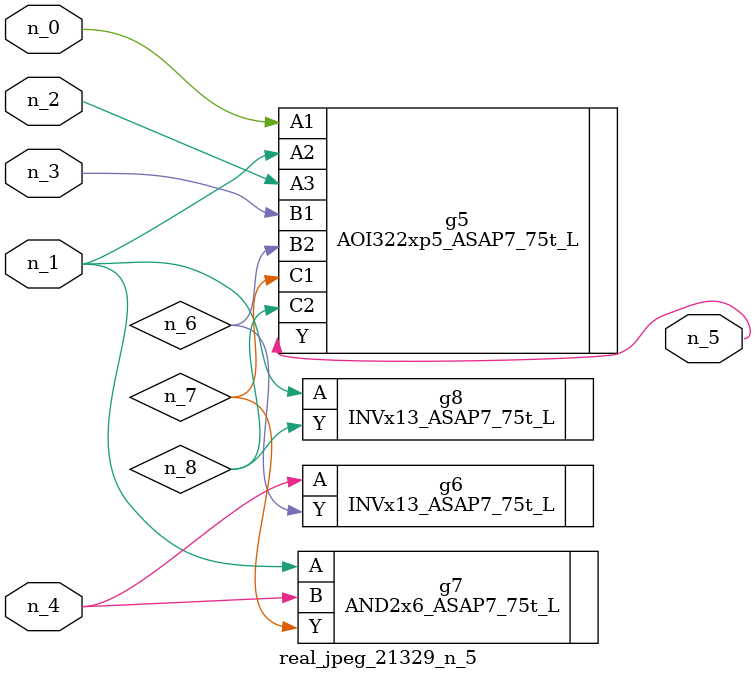
<source format=v>
module real_jpeg_21329_n_5 (n_4, n_0, n_1, n_2, n_3, n_5);

input n_4;
input n_0;
input n_1;
input n_2;
input n_3;

output n_5;

wire n_8;
wire n_6;
wire n_7;

AOI322xp5_ASAP7_75t_L g5 ( 
.A1(n_0),
.A2(n_1),
.A3(n_2),
.B1(n_3),
.B2(n_6),
.C1(n_7),
.C2(n_8),
.Y(n_5)
);

AND2x6_ASAP7_75t_L g7 ( 
.A(n_1),
.B(n_4),
.Y(n_7)
);

INVx13_ASAP7_75t_L g8 ( 
.A(n_1),
.Y(n_8)
);

INVx13_ASAP7_75t_L g6 ( 
.A(n_4),
.Y(n_6)
);


endmodule
</source>
